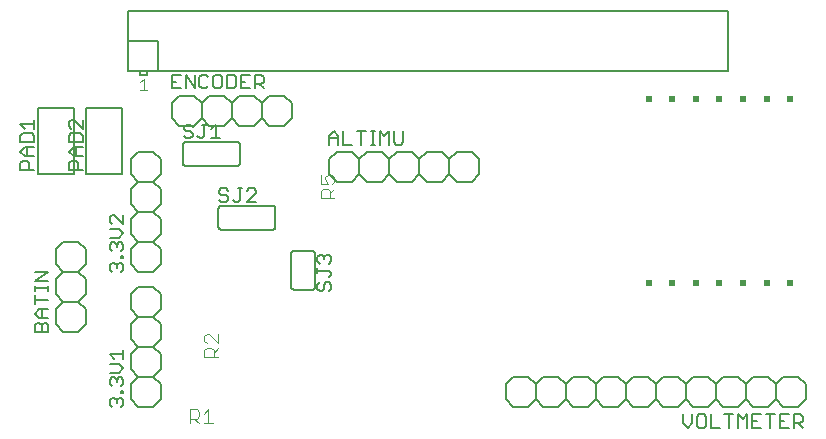
<source format=gtl>
G75*
%MOIN*%
%OFA0B0*%
%FSLAX25Y25*%
%IPPOS*%
%LPD*%
%AMOC8*
5,1,8,0,0,1.08239X$1,22.5*
%
%ADD10C,0.00600*%
%ADD11C,0.00500*%
%ADD12R,0.02000X0.02000*%
%ADD13C,0.00400*%
D10*
X0048050Y0026800D02*
X0050550Y0024300D01*
X0055550Y0024300D01*
X0058050Y0026800D01*
X0058050Y0031800D01*
X0055550Y0034300D01*
X0058050Y0036800D01*
X0058050Y0041800D01*
X0055550Y0044300D01*
X0050550Y0044300D01*
X0048050Y0041800D01*
X0048050Y0036800D01*
X0050550Y0034300D01*
X0055550Y0034300D01*
X0050550Y0034300D02*
X0048050Y0031800D01*
X0048050Y0026800D01*
X0050550Y0044300D02*
X0048050Y0046800D01*
X0048050Y0051800D01*
X0050550Y0054300D01*
X0048050Y0056800D01*
X0048050Y0061800D01*
X0050550Y0064300D01*
X0055550Y0064300D01*
X0058050Y0061800D01*
X0058050Y0056800D01*
X0055550Y0054300D01*
X0058050Y0051800D01*
X0058050Y0046800D01*
X0055550Y0044300D01*
X0055550Y0054300D02*
X0050550Y0054300D01*
X0033050Y0056800D02*
X0033050Y0051800D01*
X0030550Y0049300D01*
X0025550Y0049300D01*
X0023050Y0051800D01*
X0023050Y0056800D01*
X0025550Y0059300D01*
X0023050Y0061800D01*
X0023050Y0066800D01*
X0025550Y0069300D01*
X0023050Y0071800D01*
X0023050Y0076800D01*
X0025550Y0079300D01*
X0030550Y0079300D01*
X0033050Y0076800D01*
X0033050Y0071800D01*
X0030550Y0069300D01*
X0033050Y0066800D01*
X0033050Y0061800D01*
X0030550Y0059300D01*
X0033050Y0056800D01*
X0030550Y0059300D02*
X0025550Y0059300D01*
X0025550Y0069300D02*
X0030550Y0069300D01*
X0048050Y0071800D02*
X0050550Y0069300D01*
X0055550Y0069300D01*
X0058050Y0071800D01*
X0058050Y0076800D01*
X0055550Y0079300D01*
X0058050Y0081800D01*
X0058050Y0086800D01*
X0055550Y0089300D01*
X0050550Y0089300D01*
X0048050Y0086800D01*
X0048050Y0081800D01*
X0050550Y0079300D01*
X0055550Y0079300D01*
X0050550Y0079300D02*
X0048050Y0076800D01*
X0048050Y0071800D01*
X0050550Y0089300D02*
X0048050Y0091800D01*
X0048050Y0096800D01*
X0050550Y0099300D01*
X0048050Y0101800D01*
X0048050Y0106800D01*
X0050550Y0109300D01*
X0055550Y0109300D01*
X0058050Y0106800D01*
X0058050Y0101800D01*
X0055550Y0099300D01*
X0058050Y0096800D01*
X0058050Y0091800D01*
X0055550Y0089300D01*
X0055550Y0099300D02*
X0050550Y0099300D01*
X0045300Y0102050D02*
X0045300Y0124050D01*
X0033300Y0124050D01*
X0033300Y0102050D01*
X0045300Y0102050D01*
X0029050Y0102050D02*
X0029050Y0124050D01*
X0017050Y0124050D01*
X0017050Y0102050D01*
X0029050Y0102050D01*
X0061800Y0120550D02*
X0064300Y0118050D01*
X0069300Y0118050D01*
X0071800Y0120550D01*
X0074300Y0118050D01*
X0079300Y0118050D01*
X0081800Y0120550D01*
X0081800Y0125550D01*
X0079300Y0128050D01*
X0074300Y0128050D01*
X0071800Y0125550D01*
X0071800Y0120550D01*
X0071800Y0125550D02*
X0069300Y0128050D01*
X0064300Y0128050D01*
X0061800Y0125550D01*
X0061800Y0120550D01*
X0066425Y0112675D02*
X0083425Y0112675D01*
X0083485Y0112673D01*
X0083546Y0112668D01*
X0083605Y0112659D01*
X0083664Y0112646D01*
X0083723Y0112630D01*
X0083780Y0112610D01*
X0083835Y0112587D01*
X0083890Y0112560D01*
X0083942Y0112531D01*
X0083993Y0112498D01*
X0084042Y0112462D01*
X0084088Y0112424D01*
X0084132Y0112382D01*
X0084174Y0112338D01*
X0084212Y0112292D01*
X0084248Y0112243D01*
X0084281Y0112192D01*
X0084310Y0112140D01*
X0084337Y0112085D01*
X0084360Y0112030D01*
X0084380Y0111973D01*
X0084396Y0111914D01*
X0084409Y0111855D01*
X0084418Y0111796D01*
X0084423Y0111735D01*
X0084425Y0111675D01*
X0084425Y0105675D01*
X0084423Y0105615D01*
X0084418Y0105554D01*
X0084409Y0105495D01*
X0084396Y0105436D01*
X0084380Y0105377D01*
X0084360Y0105320D01*
X0084337Y0105265D01*
X0084310Y0105210D01*
X0084281Y0105158D01*
X0084248Y0105107D01*
X0084212Y0105058D01*
X0084174Y0105012D01*
X0084132Y0104968D01*
X0084088Y0104926D01*
X0084042Y0104888D01*
X0083993Y0104852D01*
X0083942Y0104819D01*
X0083890Y0104790D01*
X0083835Y0104763D01*
X0083780Y0104740D01*
X0083723Y0104720D01*
X0083664Y0104704D01*
X0083605Y0104691D01*
X0083546Y0104682D01*
X0083485Y0104677D01*
X0083425Y0104675D01*
X0066425Y0104675D01*
X0066365Y0104677D01*
X0066304Y0104682D01*
X0066245Y0104691D01*
X0066186Y0104704D01*
X0066127Y0104720D01*
X0066070Y0104740D01*
X0066015Y0104763D01*
X0065960Y0104790D01*
X0065908Y0104819D01*
X0065857Y0104852D01*
X0065808Y0104888D01*
X0065762Y0104926D01*
X0065718Y0104968D01*
X0065676Y0105012D01*
X0065638Y0105058D01*
X0065602Y0105107D01*
X0065569Y0105158D01*
X0065540Y0105210D01*
X0065513Y0105265D01*
X0065490Y0105320D01*
X0065470Y0105377D01*
X0065454Y0105436D01*
X0065441Y0105495D01*
X0065432Y0105554D01*
X0065427Y0105615D01*
X0065425Y0105675D01*
X0065425Y0111675D01*
X0065427Y0111735D01*
X0065432Y0111796D01*
X0065441Y0111855D01*
X0065454Y0111914D01*
X0065470Y0111973D01*
X0065490Y0112030D01*
X0065513Y0112085D01*
X0065540Y0112140D01*
X0065569Y0112192D01*
X0065602Y0112243D01*
X0065638Y0112292D01*
X0065676Y0112338D01*
X0065718Y0112382D01*
X0065762Y0112424D01*
X0065808Y0112462D01*
X0065857Y0112498D01*
X0065908Y0112531D01*
X0065960Y0112560D01*
X0066015Y0112587D01*
X0066070Y0112610D01*
X0066127Y0112630D01*
X0066186Y0112646D01*
X0066245Y0112659D01*
X0066304Y0112668D01*
X0066365Y0112673D01*
X0066425Y0112675D01*
X0081800Y0120550D02*
X0084300Y0118050D01*
X0089300Y0118050D01*
X0091800Y0120550D01*
X0094300Y0118050D01*
X0099300Y0118050D01*
X0101800Y0120550D01*
X0101800Y0125550D01*
X0099300Y0128050D01*
X0094300Y0128050D01*
X0091800Y0125550D01*
X0091800Y0120550D01*
X0091800Y0125550D02*
X0089300Y0128050D01*
X0084300Y0128050D01*
X0081800Y0125550D01*
X0114300Y0106800D02*
X0116800Y0109300D01*
X0121800Y0109300D01*
X0124300Y0106800D01*
X0126800Y0109300D01*
X0131800Y0109300D01*
X0134300Y0106800D01*
X0134300Y0101800D01*
X0131800Y0099300D01*
X0126800Y0099300D01*
X0124300Y0101800D01*
X0121800Y0099300D01*
X0116800Y0099300D01*
X0114300Y0101800D01*
X0114300Y0106800D01*
X0124300Y0106800D02*
X0124300Y0101800D01*
X0134300Y0101800D02*
X0136800Y0099300D01*
X0141800Y0099300D01*
X0144300Y0101800D01*
X0146800Y0099300D01*
X0151800Y0099300D01*
X0154300Y0101800D01*
X0156800Y0099300D01*
X0161800Y0099300D01*
X0164300Y0101800D01*
X0164300Y0106800D01*
X0161800Y0109300D01*
X0156800Y0109300D01*
X0154300Y0106800D01*
X0154300Y0101800D01*
X0154300Y0106800D02*
X0151800Y0109300D01*
X0146800Y0109300D01*
X0144300Y0106800D01*
X0144300Y0101800D01*
X0144300Y0106800D02*
X0141800Y0109300D01*
X0136800Y0109300D01*
X0134300Y0106800D01*
X0096300Y0090425D02*
X0096300Y0084425D01*
X0096298Y0084365D01*
X0096293Y0084304D01*
X0096284Y0084245D01*
X0096271Y0084186D01*
X0096255Y0084127D01*
X0096235Y0084070D01*
X0096212Y0084015D01*
X0096185Y0083960D01*
X0096156Y0083908D01*
X0096123Y0083857D01*
X0096087Y0083808D01*
X0096049Y0083762D01*
X0096007Y0083718D01*
X0095963Y0083676D01*
X0095917Y0083638D01*
X0095868Y0083602D01*
X0095817Y0083569D01*
X0095765Y0083540D01*
X0095710Y0083513D01*
X0095655Y0083490D01*
X0095598Y0083470D01*
X0095539Y0083454D01*
X0095480Y0083441D01*
X0095421Y0083432D01*
X0095360Y0083427D01*
X0095300Y0083425D01*
X0078300Y0083425D01*
X0078240Y0083427D01*
X0078179Y0083432D01*
X0078120Y0083441D01*
X0078061Y0083454D01*
X0078002Y0083470D01*
X0077945Y0083490D01*
X0077890Y0083513D01*
X0077835Y0083540D01*
X0077783Y0083569D01*
X0077732Y0083602D01*
X0077683Y0083638D01*
X0077637Y0083676D01*
X0077593Y0083718D01*
X0077551Y0083762D01*
X0077513Y0083808D01*
X0077477Y0083857D01*
X0077444Y0083908D01*
X0077415Y0083960D01*
X0077388Y0084015D01*
X0077365Y0084070D01*
X0077345Y0084127D01*
X0077329Y0084186D01*
X0077316Y0084245D01*
X0077307Y0084304D01*
X0077302Y0084365D01*
X0077300Y0084425D01*
X0077300Y0090425D01*
X0077302Y0090485D01*
X0077307Y0090546D01*
X0077316Y0090605D01*
X0077329Y0090664D01*
X0077345Y0090723D01*
X0077365Y0090780D01*
X0077388Y0090835D01*
X0077415Y0090890D01*
X0077444Y0090942D01*
X0077477Y0090993D01*
X0077513Y0091042D01*
X0077551Y0091088D01*
X0077593Y0091132D01*
X0077637Y0091174D01*
X0077683Y0091212D01*
X0077732Y0091248D01*
X0077783Y0091281D01*
X0077835Y0091310D01*
X0077890Y0091337D01*
X0077945Y0091360D01*
X0078002Y0091380D01*
X0078061Y0091396D01*
X0078120Y0091409D01*
X0078179Y0091418D01*
X0078240Y0091423D01*
X0078300Y0091425D01*
X0095300Y0091425D01*
X0095360Y0091423D01*
X0095421Y0091418D01*
X0095480Y0091409D01*
X0095539Y0091396D01*
X0095598Y0091380D01*
X0095655Y0091360D01*
X0095710Y0091337D01*
X0095765Y0091310D01*
X0095817Y0091281D01*
X0095868Y0091248D01*
X0095917Y0091212D01*
X0095963Y0091174D01*
X0096007Y0091132D01*
X0096049Y0091088D01*
X0096087Y0091042D01*
X0096123Y0090993D01*
X0096156Y0090942D01*
X0096185Y0090890D01*
X0096212Y0090835D01*
X0096235Y0090780D01*
X0096255Y0090723D01*
X0096271Y0090664D01*
X0096284Y0090605D01*
X0096293Y0090546D01*
X0096298Y0090485D01*
X0096300Y0090425D01*
X0102550Y0076425D02*
X0108550Y0076425D01*
X0108610Y0076423D01*
X0108671Y0076418D01*
X0108730Y0076409D01*
X0108789Y0076396D01*
X0108848Y0076380D01*
X0108905Y0076360D01*
X0108960Y0076337D01*
X0109015Y0076310D01*
X0109067Y0076281D01*
X0109118Y0076248D01*
X0109167Y0076212D01*
X0109213Y0076174D01*
X0109257Y0076132D01*
X0109299Y0076088D01*
X0109337Y0076042D01*
X0109373Y0075993D01*
X0109406Y0075942D01*
X0109435Y0075890D01*
X0109462Y0075835D01*
X0109485Y0075780D01*
X0109505Y0075723D01*
X0109521Y0075664D01*
X0109534Y0075605D01*
X0109543Y0075546D01*
X0109548Y0075485D01*
X0109550Y0075425D01*
X0109550Y0064425D01*
X0109548Y0064365D01*
X0109543Y0064304D01*
X0109534Y0064245D01*
X0109521Y0064186D01*
X0109505Y0064127D01*
X0109485Y0064070D01*
X0109462Y0064015D01*
X0109435Y0063960D01*
X0109406Y0063908D01*
X0109373Y0063857D01*
X0109337Y0063808D01*
X0109299Y0063762D01*
X0109257Y0063718D01*
X0109213Y0063676D01*
X0109167Y0063638D01*
X0109118Y0063602D01*
X0109067Y0063569D01*
X0109015Y0063540D01*
X0108960Y0063513D01*
X0108905Y0063490D01*
X0108848Y0063470D01*
X0108789Y0063454D01*
X0108730Y0063441D01*
X0108671Y0063432D01*
X0108610Y0063427D01*
X0108550Y0063425D01*
X0102550Y0063425D01*
X0102490Y0063427D01*
X0102429Y0063432D01*
X0102370Y0063441D01*
X0102311Y0063454D01*
X0102252Y0063470D01*
X0102195Y0063490D01*
X0102140Y0063513D01*
X0102085Y0063540D01*
X0102033Y0063569D01*
X0101982Y0063602D01*
X0101933Y0063638D01*
X0101887Y0063676D01*
X0101843Y0063718D01*
X0101801Y0063762D01*
X0101763Y0063808D01*
X0101727Y0063857D01*
X0101694Y0063908D01*
X0101665Y0063960D01*
X0101638Y0064015D01*
X0101615Y0064070D01*
X0101595Y0064127D01*
X0101579Y0064186D01*
X0101566Y0064245D01*
X0101557Y0064304D01*
X0101552Y0064365D01*
X0101550Y0064425D01*
X0101550Y0075425D01*
X0101552Y0075485D01*
X0101557Y0075546D01*
X0101566Y0075605D01*
X0101579Y0075664D01*
X0101595Y0075723D01*
X0101615Y0075780D01*
X0101638Y0075835D01*
X0101665Y0075890D01*
X0101694Y0075942D01*
X0101727Y0075993D01*
X0101763Y0076042D01*
X0101801Y0076088D01*
X0101843Y0076132D01*
X0101887Y0076174D01*
X0101933Y0076212D01*
X0101982Y0076248D01*
X0102033Y0076281D01*
X0102085Y0076310D01*
X0102140Y0076337D01*
X0102195Y0076360D01*
X0102252Y0076380D01*
X0102311Y0076396D01*
X0102370Y0076409D01*
X0102429Y0076418D01*
X0102490Y0076423D01*
X0102550Y0076425D01*
X0173050Y0031800D02*
X0175550Y0034300D01*
X0180550Y0034300D01*
X0183050Y0031800D01*
X0185550Y0034300D01*
X0190550Y0034300D01*
X0193050Y0031800D01*
X0195550Y0034300D01*
X0200550Y0034300D01*
X0203050Y0031800D01*
X0205550Y0034300D01*
X0210550Y0034300D01*
X0213050Y0031800D01*
X0215550Y0034300D01*
X0220550Y0034300D01*
X0223050Y0031800D01*
X0225550Y0034300D01*
X0230550Y0034300D01*
X0233050Y0031800D01*
X0235550Y0034300D01*
X0240550Y0034300D01*
X0243050Y0031800D01*
X0245550Y0034300D01*
X0250550Y0034300D01*
X0253050Y0031800D01*
X0255550Y0034300D01*
X0260550Y0034300D01*
X0263050Y0031800D01*
X0265550Y0034300D01*
X0270550Y0034300D01*
X0273050Y0031800D01*
X0273050Y0026800D01*
X0270550Y0024300D01*
X0265550Y0024300D01*
X0263050Y0026800D01*
X0260550Y0024300D01*
X0255550Y0024300D01*
X0253050Y0026800D01*
X0253050Y0031800D01*
X0253050Y0026800D02*
X0250550Y0024300D01*
X0245550Y0024300D01*
X0243050Y0026800D01*
X0240550Y0024300D01*
X0235550Y0024300D01*
X0233050Y0026800D01*
X0230550Y0024300D01*
X0225550Y0024300D01*
X0223050Y0026800D01*
X0223050Y0031800D01*
X0223050Y0026800D02*
X0220550Y0024300D01*
X0215550Y0024300D01*
X0213050Y0026800D01*
X0210550Y0024300D01*
X0205550Y0024300D01*
X0203050Y0026800D01*
X0200550Y0024300D01*
X0195550Y0024300D01*
X0193050Y0026800D01*
X0193050Y0031800D01*
X0193050Y0026800D02*
X0190550Y0024300D01*
X0185550Y0024300D01*
X0183050Y0026800D01*
X0180550Y0024300D01*
X0175550Y0024300D01*
X0173050Y0026800D01*
X0173050Y0031800D01*
X0183050Y0031800D02*
X0183050Y0026800D01*
X0203050Y0026800D02*
X0203050Y0031800D01*
X0213050Y0031800D02*
X0213050Y0026800D01*
X0233050Y0026800D02*
X0233050Y0031800D01*
X0243050Y0031800D02*
X0243050Y0026800D01*
X0263050Y0026800D02*
X0263050Y0031800D01*
D11*
X0041096Y0026502D02*
X0041096Y0025001D01*
X0041847Y0024250D01*
X0043348Y0025751D02*
X0043348Y0026502D01*
X0044099Y0027253D01*
X0044849Y0027253D01*
X0045600Y0026502D01*
X0045600Y0025001D01*
X0044849Y0024250D01*
X0043348Y0026502D02*
X0042597Y0027253D01*
X0041847Y0027253D01*
X0041096Y0026502D01*
X0044849Y0028854D02*
X0044849Y0029605D01*
X0045600Y0029605D01*
X0045600Y0028854D01*
X0044849Y0028854D01*
X0044849Y0031156D02*
X0045600Y0031907D01*
X0045600Y0033408D01*
X0044849Y0034158D01*
X0044099Y0034158D01*
X0043348Y0033408D01*
X0043348Y0032657D01*
X0043348Y0033408D02*
X0042597Y0034158D01*
X0041847Y0034158D01*
X0041096Y0033408D01*
X0041096Y0031907D01*
X0041847Y0031156D01*
X0041096Y0035760D02*
X0044099Y0035760D01*
X0045600Y0037261D01*
X0044099Y0038762D01*
X0041096Y0038762D01*
X0042597Y0040364D02*
X0041096Y0041865D01*
X0045600Y0041865D01*
X0045600Y0040364D02*
X0045600Y0043366D01*
X0020600Y0049250D02*
X0020600Y0051502D01*
X0019849Y0052253D01*
X0019099Y0052253D01*
X0018348Y0051502D01*
X0018348Y0049250D01*
X0016096Y0049250D02*
X0016096Y0051502D01*
X0016847Y0052253D01*
X0017597Y0052253D01*
X0018348Y0051502D01*
X0020600Y0049250D02*
X0016096Y0049250D01*
X0017597Y0053854D02*
X0016096Y0055355D01*
X0017597Y0056856D01*
X0020600Y0056856D01*
X0018348Y0056856D02*
X0018348Y0053854D01*
X0017597Y0053854D02*
X0020600Y0053854D01*
X0016096Y0058458D02*
X0016096Y0061460D01*
X0016096Y0059959D02*
X0020600Y0059959D01*
X0020600Y0063062D02*
X0020600Y0064563D01*
X0020600Y0063812D02*
X0016096Y0063812D01*
X0016096Y0063062D02*
X0016096Y0064563D01*
X0016096Y0066131D02*
X0020600Y0069134D01*
X0016096Y0069134D01*
X0016096Y0066131D02*
X0020600Y0066131D01*
X0041096Y0070001D02*
X0041847Y0069250D01*
X0041096Y0070001D02*
X0041096Y0071502D01*
X0041847Y0072253D01*
X0042597Y0072253D01*
X0043348Y0071502D01*
X0044099Y0072253D01*
X0044849Y0072253D01*
X0045600Y0071502D01*
X0045600Y0070001D01*
X0044849Y0069250D01*
X0043348Y0070751D02*
X0043348Y0071502D01*
X0044849Y0073854D02*
X0044849Y0074605D01*
X0045600Y0074605D01*
X0045600Y0073854D01*
X0044849Y0073854D01*
X0044849Y0076156D02*
X0045600Y0076907D01*
X0045600Y0078408D01*
X0044849Y0079158D01*
X0044099Y0079158D01*
X0043348Y0078408D01*
X0043348Y0077657D01*
X0043348Y0078408D02*
X0042597Y0079158D01*
X0041847Y0079158D01*
X0041096Y0078408D01*
X0041096Y0076907D01*
X0041847Y0076156D01*
X0041096Y0080760D02*
X0044099Y0080760D01*
X0045600Y0082261D01*
X0044099Y0083762D01*
X0041096Y0083762D01*
X0041847Y0085364D02*
X0041096Y0086114D01*
X0041096Y0087616D01*
X0041847Y0088366D01*
X0042597Y0088366D01*
X0045600Y0085364D01*
X0045600Y0088366D01*
X0032050Y0103300D02*
X0027546Y0103300D01*
X0027546Y0105552D01*
X0028297Y0106303D01*
X0029798Y0106303D01*
X0030549Y0105552D01*
X0030549Y0103300D01*
X0029798Y0107904D02*
X0029798Y0110906D01*
X0029047Y0110906D02*
X0027546Y0109405D01*
X0029047Y0107904D01*
X0032050Y0107904D01*
X0032050Y0110906D02*
X0029047Y0110906D01*
X0027546Y0112508D02*
X0027546Y0114760D01*
X0028297Y0115510D01*
X0031299Y0115510D01*
X0032050Y0114760D01*
X0032050Y0112508D01*
X0027546Y0112508D01*
X0028297Y0117112D02*
X0027546Y0117862D01*
X0027546Y0119364D01*
X0028297Y0120114D01*
X0029047Y0120114D01*
X0032050Y0117112D01*
X0032050Y0120114D01*
X0015800Y0120114D02*
X0015800Y0117112D01*
X0015800Y0118613D02*
X0011296Y0118613D01*
X0012797Y0117112D01*
X0012047Y0115510D02*
X0011296Y0114760D01*
X0011296Y0112508D01*
X0015800Y0112508D01*
X0015800Y0114760D01*
X0015049Y0115510D01*
X0012047Y0115510D01*
X0012797Y0110906D02*
X0015800Y0110906D01*
X0013548Y0110906D02*
X0013548Y0107904D01*
X0012797Y0107904D02*
X0011296Y0109405D01*
X0012797Y0110906D01*
X0012797Y0107904D02*
X0015800Y0107904D01*
X0013548Y0106303D02*
X0014299Y0105552D01*
X0014299Y0103300D01*
X0015800Y0103300D02*
X0011296Y0103300D01*
X0011296Y0105552D01*
X0012047Y0106303D01*
X0013548Y0106303D01*
X0051003Y0134881D02*
X0053503Y0134881D01*
X0053503Y0136131D01*
X0057253Y0136131D01*
X0057253Y0146131D01*
X0047253Y0146131D01*
X0047253Y0136131D01*
X0051003Y0136131D01*
X0051003Y0134881D01*
X0051003Y0136131D02*
X0053503Y0136131D01*
X0057253Y0136131D02*
X0247253Y0136131D01*
X0247253Y0156131D01*
X0047253Y0156131D01*
X0047253Y0146131D01*
X0061750Y0135004D02*
X0061750Y0130500D01*
X0064753Y0130500D01*
X0066354Y0130500D02*
X0066354Y0135004D01*
X0069356Y0130500D01*
X0069356Y0135004D01*
X0070958Y0134253D02*
X0070958Y0131251D01*
X0071708Y0130500D01*
X0073210Y0130500D01*
X0073960Y0131251D01*
X0075562Y0131251D02*
X0076312Y0130500D01*
X0077814Y0130500D01*
X0078564Y0131251D01*
X0078564Y0134253D01*
X0077814Y0135004D01*
X0076312Y0135004D01*
X0075562Y0134253D01*
X0075562Y0131251D01*
X0073960Y0134253D02*
X0073210Y0135004D01*
X0071708Y0135004D01*
X0070958Y0134253D01*
X0064753Y0135004D02*
X0061750Y0135004D01*
X0061750Y0132752D02*
X0063251Y0132752D01*
X0080166Y0135004D02*
X0080166Y0130500D01*
X0082418Y0130500D01*
X0083168Y0131251D01*
X0083168Y0134253D01*
X0082418Y0135004D01*
X0080166Y0135004D01*
X0084770Y0135004D02*
X0084770Y0130500D01*
X0087772Y0130500D01*
X0089374Y0130500D02*
X0089374Y0135004D01*
X0091625Y0135004D01*
X0092376Y0134253D01*
X0092376Y0132752D01*
X0091625Y0132001D01*
X0089374Y0132001D01*
X0090875Y0132001D02*
X0092376Y0130500D01*
X0087772Y0135004D02*
X0084770Y0135004D01*
X0084770Y0132752D02*
X0086271Y0132752D01*
X0076384Y0118429D02*
X0076384Y0113925D01*
X0074883Y0113925D02*
X0077885Y0113925D01*
X0074883Y0116928D02*
X0076384Y0118429D01*
X0073281Y0118429D02*
X0071780Y0118429D01*
X0072531Y0118429D02*
X0072531Y0114676D01*
X0071780Y0113925D01*
X0071030Y0113925D01*
X0070279Y0114676D01*
X0068678Y0114676D02*
X0067927Y0113925D01*
X0066426Y0113925D01*
X0065675Y0114676D01*
X0066426Y0116177D02*
X0067927Y0116177D01*
X0068678Y0115426D01*
X0068678Y0114676D01*
X0066426Y0116177D02*
X0065675Y0116928D01*
X0065675Y0117678D01*
X0066426Y0118429D01*
X0067927Y0118429D01*
X0068678Y0117678D01*
X0078301Y0097179D02*
X0077550Y0096428D01*
X0077550Y0095678D01*
X0078301Y0094927D01*
X0079802Y0094927D01*
X0080553Y0094176D01*
X0080553Y0093426D01*
X0079802Y0092675D01*
X0078301Y0092675D01*
X0077550Y0093426D01*
X0080553Y0096428D02*
X0079802Y0097179D01*
X0078301Y0097179D01*
X0083655Y0097179D02*
X0085156Y0097179D01*
X0084406Y0097179D02*
X0084406Y0093426D01*
X0083655Y0092675D01*
X0082905Y0092675D01*
X0082154Y0093426D01*
X0086758Y0092675D02*
X0089760Y0095678D01*
X0089760Y0096428D01*
X0089010Y0097179D01*
X0087508Y0097179D01*
X0086758Y0096428D01*
X0086758Y0092675D02*
X0089760Y0092675D01*
X0110296Y0074323D02*
X0111047Y0075074D01*
X0111797Y0075074D01*
X0112548Y0074323D01*
X0113299Y0075074D01*
X0114049Y0075074D01*
X0114800Y0074323D01*
X0114800Y0072822D01*
X0114049Y0072071D01*
X0112548Y0073572D02*
X0112548Y0074323D01*
X0110296Y0074323D02*
X0110296Y0072822D01*
X0111047Y0072071D01*
X0110296Y0070470D02*
X0110296Y0068968D01*
X0110296Y0069719D02*
X0114049Y0069719D01*
X0114800Y0068968D01*
X0114800Y0068218D01*
X0114049Y0067467D01*
X0114049Y0065866D02*
X0113299Y0065866D01*
X0112548Y0065115D01*
X0112548Y0063614D01*
X0111797Y0062863D01*
X0111047Y0062863D01*
X0110296Y0063614D01*
X0110296Y0065115D01*
X0111047Y0065866D01*
X0114049Y0065866D02*
X0114800Y0065115D01*
X0114800Y0063614D01*
X0114049Y0062863D01*
X0114250Y0111750D02*
X0114250Y0114753D01*
X0115751Y0116254D01*
X0117253Y0114753D01*
X0117253Y0111750D01*
X0118854Y0111750D02*
X0121856Y0111750D01*
X0118854Y0111750D02*
X0118854Y0116254D01*
X0117253Y0114002D02*
X0114250Y0114002D01*
X0123458Y0116254D02*
X0126460Y0116254D01*
X0124959Y0116254D02*
X0124959Y0111750D01*
X0128062Y0111750D02*
X0129563Y0111750D01*
X0128812Y0111750D02*
X0128812Y0116254D01*
X0128062Y0116254D02*
X0129563Y0116254D01*
X0131131Y0116254D02*
X0132632Y0114753D01*
X0134134Y0116254D01*
X0134134Y0111750D01*
X0135735Y0112501D02*
X0136486Y0111750D01*
X0137987Y0111750D01*
X0138738Y0112501D01*
X0138738Y0116254D01*
X0135735Y0116254D02*
X0135735Y0112501D01*
X0131131Y0111750D02*
X0131131Y0116254D01*
X0232165Y0021854D02*
X0232165Y0018851D01*
X0233666Y0017350D01*
X0235167Y0018851D01*
X0235167Y0021854D01*
X0236769Y0021103D02*
X0236769Y0018101D01*
X0237519Y0017350D01*
X0239020Y0017350D01*
X0239771Y0018101D01*
X0239771Y0021103D01*
X0239020Y0021854D01*
X0237519Y0021854D01*
X0236769Y0021103D01*
X0241372Y0021854D02*
X0241372Y0017350D01*
X0244375Y0017350D01*
X0247478Y0017350D02*
X0247478Y0021854D01*
X0248979Y0021854D02*
X0245976Y0021854D01*
X0250580Y0021854D02*
X0252082Y0020353D01*
X0253583Y0021854D01*
X0253583Y0017350D01*
X0255184Y0017350D02*
X0258187Y0017350D01*
X0256685Y0019602D02*
X0255184Y0019602D01*
X0255184Y0021854D02*
X0255184Y0017350D01*
X0250580Y0017350D02*
X0250580Y0021854D01*
X0255184Y0021854D02*
X0258187Y0021854D01*
X0259788Y0021854D02*
X0262791Y0021854D01*
X0261289Y0021854D02*
X0261289Y0017350D01*
X0264392Y0017350D02*
X0267395Y0017350D01*
X0268996Y0017350D02*
X0268996Y0021854D01*
X0271248Y0021854D01*
X0271999Y0021103D01*
X0271999Y0019602D01*
X0271248Y0018851D01*
X0268996Y0018851D01*
X0270497Y0018851D02*
X0271999Y0017350D01*
X0265893Y0019602D02*
X0264392Y0019602D01*
X0264392Y0021854D02*
X0264392Y0017350D01*
X0264392Y0021854D02*
X0267395Y0021854D01*
D12*
X0267922Y0065550D03*
X0260048Y0065550D03*
X0252174Y0065550D03*
X0244300Y0065550D03*
X0236426Y0065550D03*
X0228552Y0065550D03*
X0220678Y0065550D03*
X0220678Y0126800D03*
X0228552Y0126800D03*
X0236426Y0126800D03*
X0244300Y0126800D03*
X0252174Y0126800D03*
X0260048Y0126800D03*
X0267922Y0126800D03*
D13*
X0115975Y0100948D02*
X0115975Y0099413D01*
X0115208Y0098646D01*
X0113673Y0098646D02*
X0112906Y0100181D01*
X0112906Y0100948D01*
X0113673Y0101715D01*
X0115208Y0101715D01*
X0115975Y0100948D01*
X0113673Y0098646D02*
X0111371Y0098646D01*
X0111371Y0101715D01*
X0112138Y0097111D02*
X0113673Y0097111D01*
X0114440Y0096344D01*
X0114440Y0094042D01*
X0114440Y0095577D02*
X0115975Y0097111D01*
X0112138Y0097111D02*
X0111371Y0096344D01*
X0111371Y0094042D01*
X0115975Y0094042D01*
X0053605Y0130081D02*
X0051203Y0130081D01*
X0052404Y0130081D02*
X0052404Y0133684D01*
X0051203Y0132483D01*
X0073388Y0048564D02*
X0072621Y0047796D01*
X0072621Y0046262D01*
X0073388Y0045494D01*
X0073388Y0043960D02*
X0072621Y0043193D01*
X0072621Y0040891D01*
X0077225Y0040891D01*
X0075690Y0040891D02*
X0075690Y0043193D01*
X0074923Y0043960D01*
X0073388Y0043960D01*
X0075690Y0042425D02*
X0077225Y0043960D01*
X0077225Y0045494D02*
X0074156Y0048564D01*
X0073388Y0048564D01*
X0077225Y0048564D02*
X0077225Y0045494D01*
X0073904Y0023479D02*
X0073904Y0018875D01*
X0072369Y0018875D02*
X0075439Y0018875D01*
X0070835Y0018875D02*
X0069300Y0020410D01*
X0070068Y0020410D02*
X0067766Y0020410D01*
X0067766Y0018875D02*
X0067766Y0023479D01*
X0070068Y0023479D01*
X0070835Y0022712D01*
X0070835Y0021177D01*
X0070068Y0020410D01*
X0072369Y0021944D02*
X0073904Y0023479D01*
M02*

</source>
